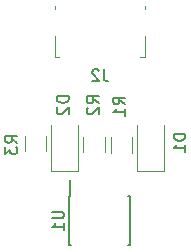
<source format=gbo>
G04 #@! TF.GenerationSoftware,KiCad,Pcbnew,5.0-dev-unknown-bc6763e~61~ubuntu16.04.1*
G04 #@! TF.CreationDate,2018-02-24T23:45:45-08:00*
G04 #@! TF.ProjectId,16-Tiny-Pixels-BeforePanel,31362D54696E792D506978656C732D42,rev?*
G04 #@! TF.SameCoordinates,Original*
G04 #@! TF.FileFunction,Legend,Bot*
G04 #@! TF.FilePolarity,Positive*
%FSLAX46Y46*%
G04 Gerber Fmt 4.6, Leading zero omitted, Abs format (unit mm)*
G04 Created by KiCad (PCBNEW 5.0-dev-unknown-bc6763e~61~ubuntu16.04.1) date Sat Feb 24 23:45:45 2018*
%MOMM*%
%LPD*%
G01*
G04 APERTURE LIST*
%ADD10C,0.120000*%
%ADD11C,0.150000*%
%ADD12R,1.800000X1.070000*%
%ADD13O,1.700000X1.700000*%
%ADD14R,1.700000X1.700000*%
%ADD15R,1.800000X1.245000*%
%ADD16R,0.600000X1.550000*%
%ADD17R,1.175000X1.900000*%
%ADD18R,2.375000X1.900000*%
%ADD19R,1.475000X2.100000*%
%ADD20R,0.450000X1.380000*%
G04 APERTURE END LIST*
D10*
X48216449Y-34124491D02*
X48216449Y-30224491D01*
X50536449Y-34124491D02*
X48216449Y-34124491D01*
X50536449Y-30224491D02*
X50536449Y-34124491D01*
X40930000Y-34090000D02*
X40930000Y-30190000D01*
X43250000Y-34090000D02*
X40930000Y-34090000D01*
X43250000Y-30190000D02*
X43250000Y-34090000D01*
X46016449Y-32564491D02*
X46016449Y-31264491D01*
X47836449Y-32564491D02*
X47836449Y-31264491D01*
X43676449Y-32536991D02*
X43676449Y-31236991D01*
X45496449Y-32536991D02*
X45496449Y-31236991D01*
X38720000Y-32460000D02*
X38720000Y-31160000D01*
X40540000Y-32460000D02*
X40540000Y-31160000D01*
D11*
X42545000Y-36235000D02*
X42545000Y-34835000D01*
X47645000Y-36235000D02*
X47645000Y-40385000D01*
X42495000Y-36235000D02*
X42495000Y-40385000D01*
X47645000Y-36235000D02*
X47500000Y-36235000D01*
X47645000Y-40385000D02*
X47500000Y-40385000D01*
X42495000Y-40385000D02*
X42640000Y-40385000D01*
X42495000Y-36235000D02*
X42545000Y-36235000D01*
D10*
X41270000Y-20160000D02*
X41270000Y-20420000D01*
X41270000Y-22700000D02*
X41270000Y-24470000D01*
X41270000Y-24470000D02*
X41650000Y-24470000D01*
X48890000Y-24470000D02*
X48890000Y-22700000D01*
X48890000Y-20420000D02*
X48890000Y-20160000D01*
X48890000Y-24470000D02*
X48510000Y-24470000D01*
D11*
X52322380Y-30961904D02*
X51322380Y-30961904D01*
X51322380Y-31200000D01*
X51370000Y-31342857D01*
X51465238Y-31438095D01*
X51560476Y-31485714D01*
X51750952Y-31533333D01*
X51893809Y-31533333D01*
X52084285Y-31485714D01*
X52179523Y-31438095D01*
X52274761Y-31342857D01*
X52322380Y-31200000D01*
X52322380Y-30961904D01*
X52322380Y-32485714D02*
X52322380Y-31914285D01*
X52322380Y-32200000D02*
X51322380Y-32200000D01*
X51465238Y-32104761D01*
X51560476Y-32009523D01*
X51608095Y-31914285D01*
X42442380Y-27771904D02*
X41442380Y-27771904D01*
X41442380Y-28010000D01*
X41490000Y-28152857D01*
X41585238Y-28248095D01*
X41680476Y-28295714D01*
X41870952Y-28343333D01*
X42013809Y-28343333D01*
X42204285Y-28295714D01*
X42299523Y-28248095D01*
X42394761Y-28152857D01*
X42442380Y-28010000D01*
X42442380Y-27771904D01*
X41537619Y-28724285D02*
X41490000Y-28771904D01*
X41442380Y-28867142D01*
X41442380Y-29105238D01*
X41490000Y-29200476D01*
X41537619Y-29248095D01*
X41632857Y-29295714D01*
X41728095Y-29295714D01*
X41870952Y-29248095D01*
X42442380Y-28676666D01*
X42442380Y-29295714D01*
X47212380Y-28463333D02*
X46736190Y-28130000D01*
X47212380Y-27891904D02*
X46212380Y-27891904D01*
X46212380Y-28272857D01*
X46260000Y-28368095D01*
X46307619Y-28415714D01*
X46402857Y-28463333D01*
X46545714Y-28463333D01*
X46640952Y-28415714D01*
X46688571Y-28368095D01*
X46736190Y-28272857D01*
X46736190Y-27891904D01*
X47212380Y-29415714D02*
X47212380Y-28844285D01*
X47212380Y-29130000D02*
X46212380Y-29130000D01*
X46355238Y-29034761D01*
X46450476Y-28939523D01*
X46498095Y-28844285D01*
X44982380Y-28373333D02*
X44506190Y-28040000D01*
X44982380Y-27801904D02*
X43982380Y-27801904D01*
X43982380Y-28182857D01*
X44030000Y-28278095D01*
X44077619Y-28325714D01*
X44172857Y-28373333D01*
X44315714Y-28373333D01*
X44410952Y-28325714D01*
X44458571Y-28278095D01*
X44506190Y-28182857D01*
X44506190Y-27801904D01*
X44077619Y-28754285D02*
X44030000Y-28801904D01*
X43982380Y-28897142D01*
X43982380Y-29135238D01*
X44030000Y-29230476D01*
X44077619Y-29278095D01*
X44172857Y-29325714D01*
X44268095Y-29325714D01*
X44410952Y-29278095D01*
X44982380Y-28706666D01*
X44982380Y-29325714D01*
X38082380Y-31723333D02*
X37606190Y-31390000D01*
X38082380Y-31151904D02*
X37082380Y-31151904D01*
X37082380Y-31532857D01*
X37130000Y-31628095D01*
X37177619Y-31675714D01*
X37272857Y-31723333D01*
X37415714Y-31723333D01*
X37510952Y-31675714D01*
X37558571Y-31628095D01*
X37606190Y-31532857D01*
X37606190Y-31151904D01*
X37082380Y-32056666D02*
X37082380Y-32675714D01*
X37463333Y-32342380D01*
X37463333Y-32485238D01*
X37510952Y-32580476D01*
X37558571Y-32628095D01*
X37653809Y-32675714D01*
X37891904Y-32675714D01*
X37987142Y-32628095D01*
X38034761Y-32580476D01*
X38082380Y-32485238D01*
X38082380Y-32199523D01*
X38034761Y-32104285D01*
X37987142Y-32056666D01*
X41022380Y-37548095D02*
X41831904Y-37548095D01*
X41927142Y-37595714D01*
X41974761Y-37643333D01*
X42022380Y-37738571D01*
X42022380Y-37929047D01*
X41974761Y-38024285D01*
X41927142Y-38071904D01*
X41831904Y-38119523D01*
X41022380Y-38119523D01*
X42022380Y-39119523D02*
X42022380Y-38548095D01*
X42022380Y-38833809D02*
X41022380Y-38833809D01*
X41165238Y-38738571D01*
X41260476Y-38643333D01*
X41308095Y-38548095D01*
X45413333Y-25512380D02*
X45413333Y-26226666D01*
X45460952Y-26369523D01*
X45556190Y-26464761D01*
X45699047Y-26512380D01*
X45794285Y-26512380D01*
X44984761Y-25607619D02*
X44937142Y-25560000D01*
X44841904Y-25512380D01*
X44603809Y-25512380D01*
X44508571Y-25560000D01*
X44460952Y-25607619D01*
X44413333Y-25702857D01*
X44413333Y-25798095D01*
X44460952Y-25940952D01*
X45032380Y-26512380D01*
X44413333Y-26512380D01*
%LPC*%
D12*
X49376449Y-30319491D03*
X49376449Y-33329491D03*
X42090000Y-30285000D03*
X42090000Y-33295000D03*
D13*
X42440000Y-46360000D03*
X42440000Y-43820000D03*
X44980000Y-46360000D03*
X44980000Y-43820000D03*
X47520000Y-46360000D03*
D14*
X47520000Y-43820000D03*
D15*
X46926449Y-30321991D03*
X46926449Y-33506991D03*
X44586449Y-30294491D03*
X44586449Y-33479491D03*
X39630000Y-30217500D03*
X39630000Y-33402500D03*
D16*
X43165000Y-41010000D03*
X44435000Y-41010000D03*
X45705000Y-41010000D03*
X46975000Y-41010000D03*
X46975000Y-35610000D03*
X45705000Y-35610000D03*
X44435000Y-35610000D03*
X43165000Y-35610000D03*
D17*
X45920000Y-21560000D03*
X44240000Y-21560000D03*
D18*
X47990000Y-21560000D03*
X42170000Y-21560000D03*
D19*
X47542500Y-23860000D03*
X42617500Y-23860000D03*
D20*
X46380000Y-24220000D03*
X45730000Y-24220000D03*
X45080000Y-24220000D03*
X44430000Y-24220000D03*
X43780000Y-24220000D03*
M02*

</source>
